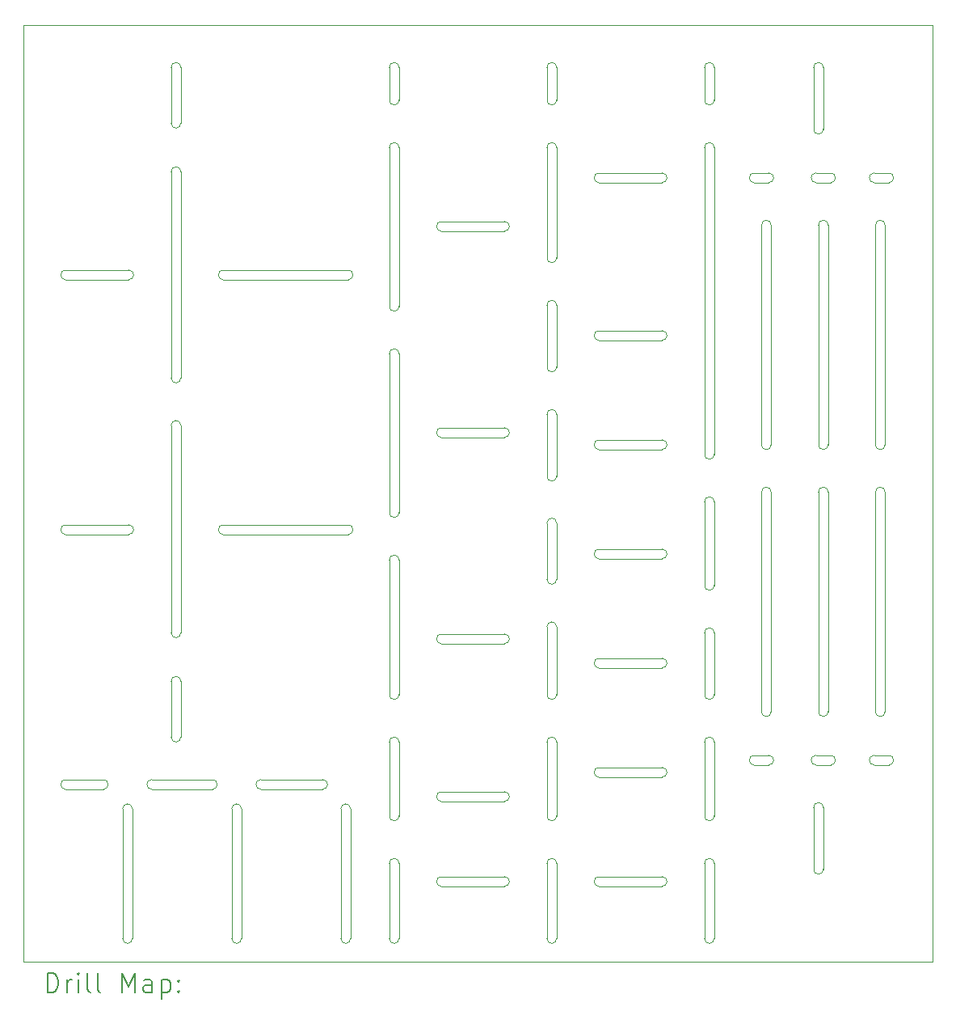
<source format=gbr>
%TF.GenerationSoftware,KiCad,Pcbnew,7.0.7-7.0.7~ubuntu22.04.1*%
%TF.CreationDate,2023-09-17T14:22:32+02:00*%
%TF.ProjectId,100x100mm_all,31303078-3130-4306-9d6d-5f616c6c2e6b,rev?*%
%TF.SameCoordinates,Original*%
%TF.FileFunction,Drillmap*%
%TF.FilePolarity,Positive*%
%FSLAX45Y45*%
G04 Gerber Fmt 4.5, Leading zero omitted, Abs format (unit mm)*
G04 Created by KiCad (PCBNEW 7.0.7-7.0.7~ubuntu22.04.1) date 2023-09-17 14:22:32*
%MOMM*%
%LPD*%
G01*
G04 APERTURE LIST*
%ADD10C,0.100000*%
%ADD11C,0.200000*%
G04 APERTURE END LIST*
D10*
X12903200Y-13322300D02*
G75*
G03*
X13004800Y-13322300I50800J0D01*
G01*
X14554200Y-10845800D02*
X14554200Y-10255250D01*
X12496800Y-13246100D02*
X12496800Y-14605000D01*
X15100300Y-6591300D02*
G75*
G03*
X15100300Y-6692900I0J-50800D01*
G01*
X16205200Y-13322300D02*
G75*
G03*
X16306800Y-13322300I50800J0D01*
G01*
X12903200Y-5829300D02*
G75*
G03*
X13004800Y-5829300I50800J0D01*
G01*
X11163300Y-7607300D02*
G75*
G03*
X11163300Y-7708900I0J-50800D01*
G01*
X14655800Y-10255250D02*
X14655800Y-10845800D01*
X16306800Y-10033000D02*
X16306800Y-10909300D01*
X15760700Y-14058900D02*
G75*
G03*
X15760700Y-13957300I0J50800D01*
G01*
X16306800Y-13817600D02*
G75*
G03*
X16205200Y-13817600I-50800J0D01*
G01*
X17399000Y-9436100D02*
X17399000Y-7137400D01*
X10414000Y-12941300D02*
X11049000Y-12941300D01*
X17983200Y-6591300D02*
X18135600Y-6591300D01*
X16205200Y-13322300D02*
X16205200Y-12547600D01*
X15100300Y-9385300D02*
X15760700Y-9385300D01*
X17995900Y-12230100D02*
G75*
G03*
X18097500Y-12230100I50800J0D01*
G01*
X15100300Y-13957300D02*
X15760700Y-13957300D01*
X16205200Y-9537700D02*
X16205200Y-6324600D01*
X14554200Y-7480300D02*
X14554200Y-6324600D01*
X14109700Y-7200900D02*
G75*
G03*
X14109700Y-7099300I0J50800D01*
G01*
X14655800Y-11341100D02*
G75*
G03*
X14554200Y-11341100I-50800J0D01*
G01*
X14554200Y-7480300D02*
G75*
G03*
X14655800Y-7480300I50800J0D01*
G01*
X17500600Y-7137400D02*
G75*
G03*
X17399000Y-7137400I-50800J0D01*
G01*
X17373600Y-12687300D02*
G75*
G03*
X17373600Y-12788900I0J-50800D01*
G01*
X13004800Y-8483600D02*
G75*
G03*
X12903200Y-8483600I-50800J0D01*
G01*
X15760700Y-11772900D02*
G75*
G03*
X15760700Y-11671300I0J50800D01*
G01*
X14655800Y-5486400D02*
X14655800Y-5829300D01*
X10718800Y-11912600D02*
G75*
G03*
X10617200Y-11912600I-50800J0D01*
G01*
X17348200Y-13881100D02*
X17348200Y-13233400D01*
X10617200Y-12496800D02*
X10617200Y-11912600D01*
X13004800Y-8483600D02*
X13004800Y-10147300D01*
X16306800Y-13817600D02*
X16306800Y-14605000D01*
X14655800Y-13817600D02*
X14655800Y-14605000D01*
X14655800Y-10255250D02*
G75*
G03*
X14554200Y-10255250I-50800J0D01*
G01*
X16205200Y-14605000D02*
X16205200Y-13817600D01*
X16205200Y-5829300D02*
G75*
G03*
X16306800Y-5829300I50800J0D01*
G01*
X16205200Y-10909300D02*
G75*
G03*
X16306800Y-10909300I50800J0D01*
G01*
X11163300Y-10274300D02*
G75*
G03*
X11163300Y-10375900I0J-50800D01*
G01*
X14554200Y-5829300D02*
G75*
G03*
X14655800Y-5829300I50800J0D01*
G01*
X17348200Y-13881100D02*
G75*
G03*
X17449800Y-13881100I50800J0D01*
G01*
X15100300Y-10528300D02*
X15760700Y-10528300D01*
X17399000Y-12230100D02*
G75*
G03*
X17500600Y-12230100I50800J0D01*
G01*
X17526000Y-6692900D02*
X17373600Y-6692900D01*
X10617200Y-6070600D02*
X10617200Y-5486400D01*
X14554200Y-10845800D02*
G75*
G03*
X14655800Y-10845800I50800J0D01*
G01*
X16903700Y-7137400D02*
G75*
G03*
X16802100Y-7137400I-50800J0D01*
G01*
X16205200Y-14605000D02*
G75*
G03*
X16306800Y-14605000I50800J0D01*
G01*
X16802100Y-9436100D02*
X16802100Y-7137400D01*
X17500600Y-7137400D02*
X17500600Y-9436100D01*
X16306800Y-6324600D02*
G75*
G03*
X16205200Y-6324600I-50800J0D01*
G01*
X18097500Y-7137400D02*
G75*
G03*
X17995900Y-7137400I-50800J0D01*
G01*
X17983200Y-12687300D02*
G75*
G03*
X17983200Y-12788900I0J-50800D01*
G01*
X12496800Y-13246100D02*
G75*
G03*
X12395200Y-13246100I-50800J0D01*
G01*
X14109700Y-11518900D02*
G75*
G03*
X14109700Y-11417300I0J50800D01*
G01*
X15760700Y-8343900D02*
X15100300Y-8343900D01*
X10617200Y-8737600D02*
G75*
G03*
X10718800Y-8737600I50800J0D01*
G01*
X14554200Y-9766300D02*
G75*
G03*
X14655800Y-9766300I50800J0D01*
G01*
X9512300Y-10274300D02*
G75*
G03*
X9512300Y-10375900I0J-50800D01*
G01*
X15100300Y-11671300D02*
G75*
G03*
X15100300Y-11772900I0J-50800D01*
G01*
X10617200Y-12496800D02*
G75*
G03*
X10718800Y-12496800I50800J0D01*
G01*
X14655800Y-6324600D02*
G75*
G03*
X14554200Y-6324600I-50800J0D01*
G01*
X14554200Y-12052300D02*
G75*
G03*
X14655800Y-12052300I50800J0D01*
G01*
X15100300Y-9385300D02*
G75*
G03*
X15100300Y-9486900I0J-50800D01*
G01*
X10172700Y-7708900D02*
X9512300Y-7708900D01*
X12395200Y-14605000D02*
G75*
G03*
X12496800Y-14605000I50800J0D01*
G01*
X18135600Y-12788900D02*
X17983200Y-12788900D01*
X13449300Y-7099300D02*
G75*
G03*
X13449300Y-7200900I0J-50800D01*
G01*
X15100300Y-11671300D02*
X15760700Y-11671300D01*
X10718800Y-9232900D02*
X10718800Y-11404600D01*
X12471400Y-10375900D02*
G75*
G03*
X12471400Y-10274300I0J50800D01*
G01*
X9067800Y-5041900D02*
X18597900Y-5041900D01*
X18597900Y-14851400D01*
X9067800Y-14851400D01*
X9067800Y-5041900D01*
X16903700Y-9931400D02*
X16903700Y-12230100D01*
X14655800Y-5486400D02*
G75*
G03*
X14554200Y-5486400I-50800J0D01*
G01*
X17449800Y-5486400D02*
X17449800Y-6134100D01*
X16802100Y-9436100D02*
G75*
G03*
X16903700Y-9436100I50800J0D01*
G01*
X12903200Y-13322300D02*
X12903200Y-12547600D01*
X14109700Y-14058900D02*
G75*
G03*
X14109700Y-13957300I0J50800D01*
G01*
X11252200Y-14605000D02*
G75*
G03*
X11353800Y-14605000I50800J0D01*
G01*
X14655800Y-12547600D02*
G75*
G03*
X14554200Y-12547600I-50800J0D01*
G01*
X14655800Y-7975600D02*
G75*
G03*
X14554200Y-7975600I-50800J0D01*
G01*
X17348200Y-6134100D02*
X17348200Y-5486400D01*
X9512300Y-7607300D02*
G75*
G03*
X9512300Y-7708900I0J-50800D01*
G01*
X12903200Y-14605000D02*
G75*
G03*
X13004800Y-14605000I50800J0D01*
G01*
X13004800Y-5486400D02*
X13004800Y-5829300D01*
X14109700Y-13169900D02*
G75*
G03*
X14109700Y-13068300I0J50800D01*
G01*
X17995900Y-9436100D02*
X17995900Y-7137400D01*
X13004800Y-13817600D02*
G75*
G03*
X12903200Y-13817600I-50800J0D01*
G01*
X17995900Y-9436100D02*
G75*
G03*
X18097500Y-9436100I50800J0D01*
G01*
X14109700Y-14058900D02*
X13449300Y-14058900D01*
X16205200Y-10909300D02*
X16205200Y-10033000D01*
X15760700Y-12915900D02*
G75*
G03*
X15760700Y-12814300I0J50800D01*
G01*
X16306800Y-12547600D02*
G75*
G03*
X16205200Y-12547600I-50800J0D01*
G01*
X17348200Y-6134100D02*
G75*
G03*
X17449800Y-6134100I50800J0D01*
G01*
X14109700Y-9359900D02*
G75*
G03*
X14109700Y-9258300I0J50800D01*
G01*
X10210800Y-13246100D02*
X10210800Y-14605000D01*
X16878300Y-12788900D02*
X16725900Y-12788900D01*
X14109700Y-7200900D02*
X13449300Y-7200900D01*
X9512300Y-12941300D02*
X9906000Y-12941300D01*
X10718800Y-5486400D02*
G75*
G03*
X10617200Y-5486400I-50800J0D01*
G01*
X13449300Y-11417300D02*
X14109700Y-11417300D01*
X16306800Y-11404600D02*
G75*
G03*
X16205200Y-11404600I-50800J0D01*
G01*
X11163300Y-10274300D02*
X12471400Y-10274300D01*
X13004800Y-6324600D02*
G75*
G03*
X12903200Y-6324600I-50800J0D01*
G01*
X10718800Y-6578600D02*
G75*
G03*
X10617200Y-6578600I-50800J0D01*
G01*
X18097500Y-9931400D02*
X18097500Y-12230100D01*
X11049000Y-13042900D02*
X10414000Y-13042900D01*
X14554200Y-13322300D02*
G75*
G03*
X14655800Y-13322300I50800J0D01*
G01*
X11049000Y-13042900D02*
G75*
G03*
X11049000Y-12941300I0J50800D01*
G01*
X16205200Y-9537700D02*
G75*
G03*
X16306800Y-9537700I50800J0D01*
G01*
X15760700Y-12915900D02*
X15100300Y-12915900D01*
X17449800Y-13233400D02*
G75*
G03*
X17348200Y-13233400I-50800J0D01*
G01*
X15760700Y-9486900D02*
G75*
G03*
X15760700Y-9385300I0J50800D01*
G01*
X10617200Y-8737600D02*
X10617200Y-6578600D01*
X9512300Y-12941300D02*
G75*
G03*
X9512300Y-13042900I0J-50800D01*
G01*
X11557000Y-12941300D02*
X12204700Y-12941300D01*
X13004800Y-13817600D02*
X13004800Y-14605000D01*
X13449300Y-11417300D02*
G75*
G03*
X13449300Y-11518900I0J-50800D01*
G01*
X16802100Y-12230100D02*
X16802100Y-9931400D01*
X17983200Y-6591300D02*
G75*
G03*
X17983200Y-6692900I0J-50800D01*
G01*
X9512300Y-10274300D02*
X10172700Y-10274300D01*
X16306800Y-12547600D02*
X16306800Y-13322300D01*
X13004800Y-10642600D02*
G75*
G03*
X12903200Y-10642600I-50800J0D01*
G01*
X16725900Y-12687300D02*
G75*
G03*
X16725900Y-12788900I0J-50800D01*
G01*
X14655800Y-13817600D02*
G75*
G03*
X14554200Y-13817600I-50800J0D01*
G01*
X10172700Y-10375900D02*
G75*
G03*
X10172700Y-10274300I0J50800D01*
G01*
X14554200Y-13322300D02*
X14554200Y-12547600D01*
X17373600Y-6591300D02*
X17526000Y-6591300D01*
X13449300Y-13068300D02*
X14109700Y-13068300D01*
X14109700Y-11518900D02*
X13449300Y-11518900D01*
X10617200Y-11404600D02*
G75*
G03*
X10718800Y-11404600I50800J0D01*
G01*
X17526000Y-12788900D02*
G75*
G03*
X17526000Y-12687300I0J50800D01*
G01*
X9906000Y-13042900D02*
G75*
G03*
X9906000Y-12941300I0J50800D01*
G01*
X14655800Y-6324600D02*
X14655800Y-7480300D01*
X14655800Y-7975600D02*
X14655800Y-8623300D01*
X17995900Y-12230100D02*
X17995900Y-9931400D01*
X12903200Y-12052300D02*
G75*
G03*
X13004800Y-12052300I50800J0D01*
G01*
X17399000Y-9436100D02*
G75*
G03*
X17500600Y-9436100I50800J0D01*
G01*
X16725900Y-6591300D02*
X16878300Y-6591300D01*
X14554200Y-5829300D02*
X14554200Y-5486400D01*
X13449300Y-9258300D02*
G75*
G03*
X13449300Y-9359900I0J-50800D01*
G01*
X12903200Y-5829300D02*
X12903200Y-5486400D01*
X9512300Y-7607300D02*
X10172700Y-7607300D01*
X10109200Y-14605000D02*
X10109200Y-13246100D01*
X15760700Y-6692900D02*
G75*
G03*
X15760700Y-6591300I0J50800D01*
G01*
X15100300Y-12814300D02*
G75*
G03*
X15100300Y-12915900I0J-50800D01*
G01*
X15100300Y-10528300D02*
G75*
G03*
X15100300Y-10629900I0J-50800D01*
G01*
X16878300Y-12788900D02*
G75*
G03*
X16878300Y-12687300I0J50800D01*
G01*
X16306800Y-5486400D02*
X16306800Y-5829300D01*
X13004800Y-12547600D02*
G75*
G03*
X12903200Y-12547600I-50800J0D01*
G01*
X18135600Y-12788900D02*
G75*
G03*
X18135600Y-12687300I0J50800D01*
G01*
X10172700Y-10375900D02*
X9512300Y-10375900D01*
X15760700Y-6692900D02*
X15100300Y-6692900D01*
X10718800Y-11912600D02*
X10718800Y-12496800D01*
X14655800Y-12547600D02*
X14655800Y-13322300D01*
X16306800Y-5486400D02*
G75*
G03*
X16205200Y-5486400I-50800J0D01*
G01*
X13004800Y-6324600D02*
X13004800Y-7988300D01*
X14554200Y-12052300D02*
X14554200Y-11341100D01*
X15760700Y-11772900D02*
X15100300Y-11772900D01*
X12204700Y-13042900D02*
G75*
G03*
X12204700Y-12941300I0J50800D01*
G01*
X18135600Y-6692900D02*
X17983200Y-6692900D01*
X15760700Y-14058900D02*
X15100300Y-14058900D01*
X17373600Y-6591300D02*
G75*
G03*
X17373600Y-6692900I0J-50800D01*
G01*
X12903200Y-10147300D02*
G75*
G03*
X13004800Y-10147300I50800J0D01*
G01*
X16903700Y-9931400D02*
G75*
G03*
X16802100Y-9931400I-50800J0D01*
G01*
X17983200Y-12687300D02*
X18135600Y-12687300D01*
X10172700Y-7708900D02*
G75*
G03*
X10172700Y-7607300I0J50800D01*
G01*
X17399000Y-12230100D02*
X17399000Y-9931400D01*
X9906000Y-13042900D02*
X9512300Y-13042900D01*
X16205200Y-5829300D02*
X16205200Y-5486400D01*
X16802100Y-12230100D02*
G75*
G03*
X16903700Y-12230100I50800J0D01*
G01*
X16725900Y-12687300D02*
X16878300Y-12687300D01*
X10617200Y-11404600D02*
X10617200Y-9232900D01*
X14554200Y-8623300D02*
G75*
G03*
X14655800Y-8623300I50800J0D01*
G01*
X13449300Y-13957300D02*
X14109700Y-13957300D01*
X15100300Y-6591300D02*
X15760700Y-6591300D01*
X16725900Y-6591300D02*
G75*
G03*
X16725900Y-6692900I0J-50800D01*
G01*
X17526000Y-6692900D02*
G75*
G03*
X17526000Y-6591300I0J50800D01*
G01*
X10109200Y-14605000D02*
G75*
G03*
X10210800Y-14605000I50800J0D01*
G01*
X16903700Y-7137400D02*
X16903700Y-9436100D01*
X12903200Y-7988300D02*
G75*
G03*
X13004800Y-7988300I50800J0D01*
G01*
X12471400Y-7708900D02*
G75*
G03*
X12471400Y-7607300I0J50800D01*
G01*
X12903200Y-12052300D02*
X12903200Y-10642600D01*
X12395200Y-14605000D02*
X12395200Y-13246100D01*
X12903200Y-14605000D02*
X12903200Y-13817600D01*
X13449300Y-9258300D02*
X14109700Y-9258300D01*
X14554200Y-14605000D02*
G75*
G03*
X14655800Y-14605000I50800J0D01*
G01*
X14109700Y-9359900D02*
X13449300Y-9359900D01*
X17449800Y-13233400D02*
X17449800Y-13881100D01*
X12204700Y-13042900D02*
X11557000Y-13042900D01*
X14655800Y-9118600D02*
G75*
G03*
X14554200Y-9118600I-50800J0D01*
G01*
X16205200Y-12052300D02*
G75*
G03*
X16306800Y-12052300I50800J0D01*
G01*
X15100300Y-8242300D02*
G75*
G03*
X15100300Y-8343900I0J-50800D01*
G01*
X17373600Y-12687300D02*
X17526000Y-12687300D01*
X10210800Y-13246100D02*
G75*
G03*
X10109200Y-13246100I-50800J0D01*
G01*
X16306800Y-6324600D02*
X16306800Y-9537700D01*
X13004800Y-10642600D02*
X13004800Y-12052300D01*
X12903200Y-10147300D02*
X12903200Y-8483600D01*
X13449300Y-13957300D02*
G75*
G03*
X13449300Y-14058900I0J-50800D01*
G01*
X14655800Y-9118600D02*
X14655800Y-9766300D01*
X11353800Y-13246100D02*
G75*
G03*
X11252200Y-13246100I-50800J0D01*
G01*
X10718800Y-6578600D02*
X10718800Y-8737600D01*
X10718800Y-9232900D02*
G75*
G03*
X10617200Y-9232900I-50800J0D01*
G01*
X12903200Y-7988300D02*
X12903200Y-6324600D01*
X17526000Y-12788900D02*
X17373600Y-12788900D01*
X18097500Y-7137400D02*
X18097500Y-9436100D01*
X17500600Y-9931400D02*
G75*
G03*
X17399000Y-9931400I-50800J0D01*
G01*
X15760700Y-8343900D02*
G75*
G03*
X15760700Y-8242300I0J50800D01*
G01*
X16878300Y-6692900D02*
G75*
G03*
X16878300Y-6591300I0J50800D01*
G01*
X11353800Y-13246100D02*
X11353800Y-14605000D01*
X17449800Y-5486400D02*
G75*
G03*
X17348200Y-5486400I-50800J0D01*
G01*
X12471400Y-7708900D02*
X11163300Y-7708900D01*
X15760700Y-9486900D02*
X15100300Y-9486900D01*
X14655800Y-11341100D02*
X14655800Y-12052300D01*
X12471400Y-10375900D02*
X11163300Y-10375900D01*
X13004800Y-12547600D02*
X13004800Y-13322300D01*
X11557000Y-12941300D02*
G75*
G03*
X11557000Y-13042900I0J-50800D01*
G01*
X13004800Y-5486400D02*
G75*
G03*
X12903200Y-5486400I-50800J0D01*
G01*
X14554200Y-14605000D02*
X14554200Y-13817600D01*
X14554200Y-9766300D02*
X14554200Y-9118600D01*
X15760700Y-10629900D02*
G75*
G03*
X15760700Y-10528300I0J50800D01*
G01*
X10718800Y-5486400D02*
X10718800Y-6070600D01*
X14109700Y-13169900D02*
X13449300Y-13169900D01*
X14554200Y-8623300D02*
X14554200Y-7975600D01*
X10617200Y-6070600D02*
G75*
G03*
X10718800Y-6070600I50800J0D01*
G01*
X11163300Y-7607300D02*
X12471400Y-7607300D01*
X16878300Y-6692900D02*
X16725900Y-6692900D01*
X10414000Y-12941300D02*
G75*
G03*
X10414000Y-13042900I0J-50800D01*
G01*
X18135600Y-6692900D02*
G75*
G03*
X18135600Y-6591300I0J50800D01*
G01*
X16306800Y-10033000D02*
G75*
G03*
X16205200Y-10033000I-50800J0D01*
G01*
X15100300Y-8242300D02*
X15760700Y-8242300D01*
X17500600Y-9931400D02*
X17500600Y-12230100D01*
X16205200Y-12052300D02*
X16205200Y-11404600D01*
X18097500Y-9931400D02*
G75*
G03*
X17995900Y-9931400I-50800J0D01*
G01*
X15760700Y-10629900D02*
X15100300Y-10629900D01*
X13449300Y-13068300D02*
G75*
G03*
X13449300Y-13169900I0J-50800D01*
G01*
X13449300Y-7099300D02*
X14109700Y-7099300D01*
X15100300Y-12814300D02*
X15760700Y-12814300D01*
X15100300Y-13957300D02*
G75*
G03*
X15100300Y-14058900I0J-50800D01*
G01*
X11252200Y-14605000D02*
X11252200Y-13246100D01*
X16306800Y-11404600D02*
X16306800Y-12052300D01*
D11*
X9323577Y-15167884D02*
X9323577Y-14967884D01*
X9323577Y-14967884D02*
X9371196Y-14967884D01*
X9371196Y-14967884D02*
X9399767Y-14977408D01*
X9399767Y-14977408D02*
X9418815Y-14996455D01*
X9418815Y-14996455D02*
X9428339Y-15015503D01*
X9428339Y-15015503D02*
X9437863Y-15053598D01*
X9437863Y-15053598D02*
X9437863Y-15082169D01*
X9437863Y-15082169D02*
X9428339Y-15120265D01*
X9428339Y-15120265D02*
X9418815Y-15139312D01*
X9418815Y-15139312D02*
X9399767Y-15158360D01*
X9399767Y-15158360D02*
X9371196Y-15167884D01*
X9371196Y-15167884D02*
X9323577Y-15167884D01*
X9523577Y-15167884D02*
X9523577Y-15034550D01*
X9523577Y-15072646D02*
X9533101Y-15053598D01*
X9533101Y-15053598D02*
X9542624Y-15044074D01*
X9542624Y-15044074D02*
X9561672Y-15034550D01*
X9561672Y-15034550D02*
X9580720Y-15034550D01*
X9647386Y-15167884D02*
X9647386Y-15034550D01*
X9647386Y-14967884D02*
X9637863Y-14977408D01*
X9637863Y-14977408D02*
X9647386Y-14986931D01*
X9647386Y-14986931D02*
X9656910Y-14977408D01*
X9656910Y-14977408D02*
X9647386Y-14967884D01*
X9647386Y-14967884D02*
X9647386Y-14986931D01*
X9771196Y-15167884D02*
X9752148Y-15158360D01*
X9752148Y-15158360D02*
X9742624Y-15139312D01*
X9742624Y-15139312D02*
X9742624Y-14967884D01*
X9875958Y-15167884D02*
X9856910Y-15158360D01*
X9856910Y-15158360D02*
X9847386Y-15139312D01*
X9847386Y-15139312D02*
X9847386Y-14967884D01*
X10104529Y-15167884D02*
X10104529Y-14967884D01*
X10104529Y-14967884D02*
X10171196Y-15110741D01*
X10171196Y-15110741D02*
X10237863Y-14967884D01*
X10237863Y-14967884D02*
X10237863Y-15167884D01*
X10418815Y-15167884D02*
X10418815Y-15063122D01*
X10418815Y-15063122D02*
X10409291Y-15044074D01*
X10409291Y-15044074D02*
X10390244Y-15034550D01*
X10390244Y-15034550D02*
X10352148Y-15034550D01*
X10352148Y-15034550D02*
X10333101Y-15044074D01*
X10418815Y-15158360D02*
X10399767Y-15167884D01*
X10399767Y-15167884D02*
X10352148Y-15167884D01*
X10352148Y-15167884D02*
X10333101Y-15158360D01*
X10333101Y-15158360D02*
X10323577Y-15139312D01*
X10323577Y-15139312D02*
X10323577Y-15120265D01*
X10323577Y-15120265D02*
X10333101Y-15101217D01*
X10333101Y-15101217D02*
X10352148Y-15091693D01*
X10352148Y-15091693D02*
X10399767Y-15091693D01*
X10399767Y-15091693D02*
X10418815Y-15082169D01*
X10514053Y-15034550D02*
X10514053Y-15234550D01*
X10514053Y-15044074D02*
X10533101Y-15034550D01*
X10533101Y-15034550D02*
X10571196Y-15034550D01*
X10571196Y-15034550D02*
X10590244Y-15044074D01*
X10590244Y-15044074D02*
X10599767Y-15053598D01*
X10599767Y-15053598D02*
X10609291Y-15072646D01*
X10609291Y-15072646D02*
X10609291Y-15129788D01*
X10609291Y-15129788D02*
X10599767Y-15148836D01*
X10599767Y-15148836D02*
X10590244Y-15158360D01*
X10590244Y-15158360D02*
X10571196Y-15167884D01*
X10571196Y-15167884D02*
X10533101Y-15167884D01*
X10533101Y-15167884D02*
X10514053Y-15158360D01*
X10695005Y-15148836D02*
X10704529Y-15158360D01*
X10704529Y-15158360D02*
X10695005Y-15167884D01*
X10695005Y-15167884D02*
X10685482Y-15158360D01*
X10685482Y-15158360D02*
X10695005Y-15148836D01*
X10695005Y-15148836D02*
X10695005Y-15167884D01*
X10695005Y-15044074D02*
X10704529Y-15053598D01*
X10704529Y-15053598D02*
X10695005Y-15063122D01*
X10695005Y-15063122D02*
X10685482Y-15053598D01*
X10685482Y-15053598D02*
X10695005Y-15044074D01*
X10695005Y-15044074D02*
X10695005Y-15063122D01*
M02*

</source>
